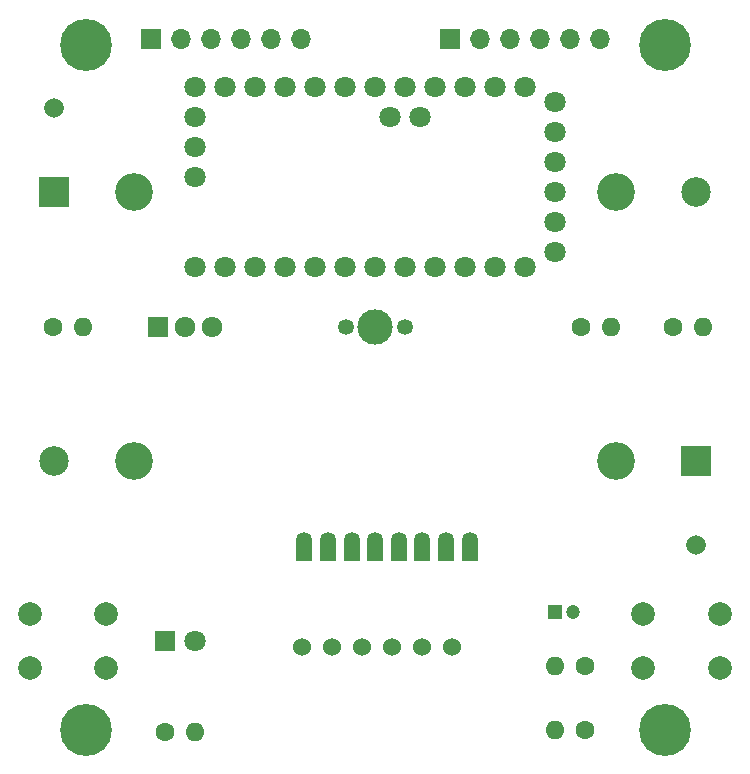
<source format=gbr>
%TF.GenerationSoftware,KiCad,Pcbnew,(6.0.4)*%
%TF.CreationDate,2022-05-02T14:14:32+02:00*%
%TF.ProjectId,HB-SEN-BME280_EXP625,48422d53-454e-42d4-924d-453238305f45,1.0*%
%TF.SameCoordinates,Original*%
%TF.FileFunction,Soldermask,Bot*%
%TF.FilePolarity,Negative*%
%FSLAX46Y46*%
G04 Gerber Fmt 4.6, Leading zero omitted, Abs format (unit mm)*
G04 Created by KiCad (PCBNEW (6.0.4)) date 2022-05-02 14:14:32*
%MOMM*%
%LPD*%
G01*
G04 APERTURE LIST*
%ADD10R,1.200000X1.200000*%
%ADD11C,1.200000*%
%ADD12C,1.670000*%
%ADD13C,3.200000*%
%ADD14R,2.500000X2.500000*%
%ADD15C,2.500000*%
%ADD16R,1.700000X1.700000*%
%ADD17O,1.700000X1.700000*%
%ADD18C,0.700000*%
%ADD19C,4.400000*%
%ADD20C,1.600000*%
%ADD21O,1.600000X1.600000*%
%ADD22R,1.717500X1.800000*%
%ADD23O,1.717500X1.800000*%
%ADD24C,1.524000*%
%ADD25R,1.800000X1.800000*%
%ADD26C,1.800000*%
%ADD27C,2.000000*%
%ADD28C,1.350000*%
%ADD29R,1.350000X1.800000*%
%ADD30C,3.000000*%
G04 APERTURE END LIST*
D10*
%TO.C,C1*%
X160340000Y-114300000D03*
D11*
X161840000Y-114300000D03*
%TD*%
D12*
%TO.C,BT2*%
X172275000Y-108600000D03*
D13*
X165500000Y-101500000D03*
X124650000Y-101500000D03*
D14*
X172275000Y-101500000D03*
D15*
X117875000Y-101500000D03*
%TD*%
D16*
%TO.C,J3*%
X151400000Y-65750000D03*
D17*
X153940000Y-65750000D03*
X156480000Y-65750000D03*
X159020000Y-65750000D03*
X161560000Y-65750000D03*
X164100000Y-65750000D03*
%TD*%
D18*
%TO.C,H1*%
X119433274Y-65083274D03*
X121766726Y-67416726D03*
X118950000Y-66250000D03*
X119433274Y-67416726D03*
D19*
X120600000Y-66250000D03*
D18*
X120600000Y-67900000D03*
X120600000Y-64600000D03*
X122250000Y-66250000D03*
X121766726Y-65083274D03*
%TD*%
D20*
%TO.C,R4*%
X162880000Y-124250000D03*
D21*
X160340000Y-124250000D03*
%TD*%
D22*
%TO.C,Q1*%
X126685000Y-90170000D03*
D23*
X128975000Y-90170000D03*
X131265000Y-90170000D03*
%TD*%
D20*
%TO.C,R6*%
X170290000Y-90170000D03*
D21*
X172830000Y-90170000D03*
%TD*%
D18*
%TO.C,H4*%
X167950000Y-124250000D03*
X168433274Y-125416726D03*
X171250000Y-124250000D03*
X169600000Y-125900000D03*
D19*
X169600000Y-124250000D03*
D18*
X168433274Y-123083274D03*
X169600000Y-122600000D03*
X170766726Y-125416726D03*
X170766726Y-123083274D03*
%TD*%
D20*
%TO.C,R3*%
X162880000Y-118872000D03*
D21*
X160340000Y-118872000D03*
%TD*%
D24*
%TO.C,U3*%
X151577000Y-117297000D03*
X149037000Y-117297000D03*
X146497000Y-117297000D03*
X143957000Y-117297000D03*
X141417000Y-117297000D03*
X138877000Y-117297000D03*
%TD*%
D25*
%TO.C,D1*%
X127320000Y-116750000D03*
D26*
X129860000Y-116750000D03*
%TD*%
D27*
%TO.C,SW1*%
X122350000Y-114500000D03*
X115850000Y-114500000D03*
X122350000Y-119000000D03*
X115850000Y-119000000D03*
%TD*%
%TO.C,SW2*%
X174310000Y-114500000D03*
X167810000Y-114500000D03*
X167810000Y-119000000D03*
X174310000Y-119000000D03*
%TD*%
D20*
%TO.C,R5*%
X162555000Y-90170000D03*
D21*
X165095000Y-90170000D03*
%TD*%
D20*
%TO.C,R1*%
X117795000Y-90170000D03*
D21*
X120335000Y-90170000D03*
%TD*%
D18*
%TO.C,H2*%
X168433274Y-67416726D03*
X168433274Y-65083274D03*
X171250000Y-66250000D03*
X169600000Y-64600000D03*
D19*
X169600000Y-66250000D03*
D18*
X169600000Y-67900000D03*
X170766726Y-67416726D03*
X167950000Y-66250000D03*
X170766726Y-65083274D03*
%TD*%
%TO.C,H3*%
X119433274Y-123083274D03*
X120600000Y-125900000D03*
X118950000Y-124250000D03*
X122250000Y-124250000D03*
X121766726Y-125416726D03*
D19*
X120600000Y-124250000D03*
D18*
X121766726Y-123083274D03*
X119433274Y-125416726D03*
X120600000Y-122600000D03*
%TD*%
D13*
%TO.C,BT1*%
X165500000Y-78740000D03*
D12*
X117875000Y-71640000D03*
D13*
X124650000Y-78740000D03*
D14*
X117875000Y-78740000D03*
D15*
X172275000Y-78740000D03*
%TD*%
D20*
%TO.C,R2*%
X127320000Y-124460000D03*
D21*
X129860000Y-124460000D03*
%TD*%
D16*
%TO.C,J2*%
X126100000Y-65750000D03*
D17*
X128640000Y-65750000D03*
X131180000Y-65750000D03*
X133720000Y-65750000D03*
X136260000Y-65750000D03*
X138800000Y-65750000D03*
%TD*%
D26*
%TO.C,U1*%
X157810000Y-69860000D03*
X129870000Y-77480000D03*
X157810000Y-85100000D03*
X160350000Y-83830000D03*
X148920000Y-72400000D03*
X155270000Y-69860000D03*
X129870000Y-74940000D03*
X155270000Y-85100000D03*
X160350000Y-81290000D03*
X146380000Y-72400000D03*
X152730000Y-69860000D03*
X129870000Y-72400000D03*
X152730000Y-85100000D03*
X160350000Y-78750000D03*
X150190000Y-69860000D03*
X150190000Y-85100000D03*
X160350000Y-76210000D03*
X147650000Y-69860000D03*
X147650000Y-85100000D03*
X160350000Y-73670000D03*
X145110000Y-69860000D03*
X145110000Y-85100000D03*
X160350000Y-71130000D03*
X142570000Y-69860000D03*
X142570000Y-85100000D03*
X140030000Y-69860000D03*
X140030000Y-85100000D03*
X137490000Y-69860000D03*
X137490000Y-85100000D03*
X134950000Y-69860000D03*
X134950000Y-85100000D03*
X132410000Y-69860000D03*
X132410000Y-85100000D03*
X129870000Y-69860000D03*
X129870000Y-85100000D03*
%TD*%
D28*
%TO.C,U2*%
X147600000Y-90170000D03*
X153100000Y-108170000D03*
D29*
X153100000Y-109170000D03*
D30*
X145100000Y-90170000D03*
D28*
X151100000Y-108170000D03*
D29*
X151100000Y-109170000D03*
D28*
X142600000Y-90170000D03*
X149100000Y-108170000D03*
D29*
X149100000Y-109170000D03*
D28*
X147100000Y-108170000D03*
D29*
X147100000Y-109170000D03*
D28*
X145100000Y-108170000D03*
D29*
X145100000Y-109170000D03*
X143100000Y-109170000D03*
D28*
X143100000Y-108170000D03*
D29*
X141100000Y-109170000D03*
D28*
X141100000Y-108170000D03*
D29*
X139100000Y-109170000D03*
D28*
X139100000Y-108170000D03*
%TD*%
M02*

</source>
